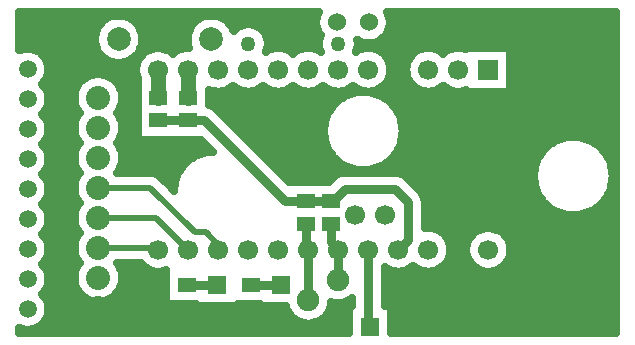
<source format=gbr>
G04 DipTrace 3.0.0.2*
G04 Bottom.gbr*
%MOIN*%
G04 #@! TF.FileFunction,Copper,L2,Bot*
G04 #@! TF.Part,Single*
G04 #@! TA.AperFunction,Conductor*
%ADD14C,0.03*%
%ADD15C,0.02*%
G04 #@! TA.AperFunction,ComponentPad*
%ADD16C,0.05*%
G04 #@! TA.AperFunction,CopperBalancing*
%ADD17C,0.025*%
G04 #@! TA.AperFunction,ComponentPad*
%ADD21C,0.08*%
%ADD22R,0.06X0.06*%
%ADD23C,0.06*%
%ADD24R,0.059055X0.051181*%
G04 #@! TA.AperFunction,ComponentPad*
%ADD25C,0.075*%
%ADD26C,0.075*%
%ADD27C,0.05*%
%ADD28C,0.059055*%
%ADD29R,0.059055X0.059055*%
%ADD31R,0.07874X0.07874*%
%ADD32C,0.07874*%
%ADD33R,0.066929X0.066929*%
%ADD34C,0.066929*%
%ADD35C,0.066929*%
%FSLAX26Y26*%
G04*
G70*
G90*
G75*
G01*
G04 Bottom*
%LPD*%
X1206500Y594000D2*
D14*
X1306500D1*
X1598181Y710953D2*
Y454701D1*
X1604627D1*
X698379Y917226D2*
D15*
X870774D1*
X1019000Y769000D1*
X1056500D1*
X1098181Y727319D1*
Y710953D1*
X698379Y817226D2*
X891908D1*
X998181Y710953D1*
X698379Y717226D2*
X891908D1*
X898181Y710953D1*
X998181Y1310953D2*
D16*
Y1217395D1*
X998375Y1217201D1*
X898377Y1142398D2*
D14*
X998375D1*
X1051853D1*
X1320899Y873352D1*
X1392030D1*
X1473377D1*
Y873257D1*
X1479507D1*
X1519000Y912751D1*
X1687749D1*
X1731500Y869000D1*
Y744272D1*
X1698181Y710953D1*
X1392030Y798549D2*
Y717104D1*
X1398181Y710953D1*
Y542201D1*
X1398375D1*
X1498181Y710953D2*
Y610950D1*
X1498375D1*
X1473377Y798454D2*
Y735757D1*
X1498181Y710953D1*
X994000Y594000D2*
X1094000D1*
X898181Y1310953D2*
D16*
Y1217396D1*
X898377Y1217201D1*
X436000Y1479631D2*
D17*
X721308D1*
X809901D2*
X1030927D1*
X1119569D2*
X1422821D1*
X1671425D2*
X2421991D1*
X436000Y1454762D2*
X696356D1*
X834853D2*
X1006024D1*
X1144520D2*
X1164423D1*
X1232313D2*
X1423456D1*
X1670790D2*
X2421991D1*
X436000Y1429894D2*
X686103D1*
X845058D2*
X995770D1*
X1257216D2*
X1434052D1*
X1660194D2*
X2421991D1*
X436000Y1405025D2*
X684589D1*
X846571D2*
X994257D1*
X1265028D2*
X1431708D1*
X1629921D2*
X2421991D1*
X436000Y1380156D2*
X445380D1*
X480116D2*
X691278D1*
X839931D2*
X872577D1*
X923817D2*
X972577D1*
X1262733D2*
X1272593D1*
X1323817D2*
X1372577D1*
X1423817D2*
X1434003D1*
X1562733D2*
X1572593D1*
X1623817D2*
X1772577D1*
X1823817D2*
X1872577D1*
X2073622D2*
X2421991D1*
X519618Y1355287D2*
X709052D1*
X822108D2*
X837714D1*
X1658632D2*
X1737714D1*
X2073622D2*
X2421991D1*
X531972Y1330419D2*
X825360D1*
X1670985D2*
X1725360D1*
X2073622D2*
X2421991D1*
X533876Y1305550D2*
X822919D1*
X1673427D2*
X1722919D1*
X2073622D2*
X2421991D1*
X526356Y1280681D2*
X647968D1*
X748769D2*
X826825D1*
X1667079D2*
X1729315D1*
X2073622D2*
X2421991D1*
X519179Y1255812D2*
X626386D1*
X770399D2*
X826825D1*
X1648476D2*
X1747919D1*
X2073622D2*
X2421991D1*
X531825Y1230944D2*
X617548D1*
X779188D2*
X826825D1*
X1069911D2*
X1538935D1*
X1624110D2*
X2421991D1*
X533974Y1206075D2*
X617157D1*
X779579D2*
X826825D1*
X1069911D2*
X1494257D1*
X1668739D2*
X2421991D1*
X526649Y1181206D2*
X625019D1*
X771767D2*
X826825D1*
X1092616D2*
X1471698D1*
X1691298D2*
X2421991D1*
X518788Y1156337D2*
X626679D1*
X770106D2*
X826825D1*
X1117470D2*
X1458124D1*
X1704872D2*
X2421991D1*
X531679Y1131469D2*
X617645D1*
X779091D2*
X826825D1*
X1142323D2*
X1450653D1*
X1712343D2*
X2421991D1*
X534022Y1106600D2*
X617108D1*
X779677D2*
X826825D1*
X1167226D2*
X1448261D1*
X1714735D2*
X2421991D1*
X526894Y1081731D2*
X624726D1*
X772011D2*
X826825D1*
X1192079D2*
X1450604D1*
X1712392D2*
X2241425D1*
X2321571D2*
X2421991D1*
X518349Y1056862D2*
X626972D1*
X769813D2*
X1057831D1*
X1216933D2*
X1458026D1*
X1704970D2*
X2195233D1*
X2367811D2*
X2421991D1*
X531532Y1031993D2*
X617743D1*
X778993D2*
X1042353D1*
X1241835D2*
X1471552D1*
X1691444D2*
X2172235D1*
X2390761D2*
X2421991D1*
X534071Y1007125D2*
X617011D1*
X779726D2*
X995526D1*
X1266688D2*
X1494061D1*
X1668935D2*
X2158466D1*
X2404530D2*
X2421991D1*
X527186Y982256D2*
X624481D1*
X772255D2*
X972431D1*
X1291542D2*
X1538300D1*
X1624696D2*
X2150800D1*
X2412196D2*
X2422027D1*
X517909Y957387D2*
X627265D1*
X902186D2*
X958563D1*
X1316395D2*
X1485272D1*
X1721474D2*
X2148261D1*
X531386Y932518D2*
X617841D1*
X927968D2*
X950897D1*
X1747548D2*
X2150458D1*
X2412538D2*
X2421973D1*
X534071Y907650D2*
X616962D1*
X1772401D2*
X2157733D1*
X2405263D2*
X2421991D1*
X527431Y882781D2*
X624237D1*
X1786708D2*
X2171015D1*
X2391981D2*
X2421991D1*
X517470Y857912D2*
X627558D1*
X1788466D2*
X2193134D1*
X2369862D2*
X2421991D1*
X531239Y833043D2*
X617987D1*
X1788466D2*
X2235956D1*
X2327040D2*
X2421991D1*
X534120Y808175D2*
X616913D1*
X1788466D2*
X2421991D1*
X527675Y783306D2*
X623993D1*
X1810097D2*
X1986249D1*
X2010113D2*
X2421991D1*
X516981Y758437D2*
X627899D1*
X1856093D2*
X1940302D1*
X2056093D2*
X2421991D1*
X531044Y733568D2*
X618085D1*
X1870058D2*
X1926288D1*
X2070058D2*
X2421991D1*
X534169Y708700D2*
X616815D1*
X1873622D2*
X1922772D1*
X2073622D2*
X2421991D1*
X527919Y683831D2*
X623749D1*
X1868397D2*
X1927948D1*
X2068397D2*
X2421991D1*
X516542Y658962D2*
X628192D1*
X768544D2*
X844501D1*
X1851894D2*
X1944501D1*
X2051894D2*
X2421991D1*
X530897Y634093D2*
X618183D1*
X778554D2*
X922479D1*
X1655165D2*
X2421991D1*
X534169Y609224D2*
X616767D1*
X779970D2*
X922479D1*
X1655165D2*
X2421991D1*
X528163Y584356D2*
X623505D1*
X773280D2*
X922479D1*
X1655165D2*
X2421991D1*
X516054Y559487D2*
X641229D1*
X755507D2*
X922479D1*
X1655165D2*
X2421991D1*
X530702Y534618D2*
X922479D1*
X1477479D2*
X1485740D1*
X1510960D2*
X1541181D1*
X1655165D2*
X2421991D1*
X534218Y509749D2*
X1326044D1*
X1470692D2*
X1532636D1*
X1676649D2*
X2421991D1*
X528407Y484881D2*
X1344452D1*
X1452284D2*
X1532636D1*
X1676649D2*
X2421991D1*
X509804Y460012D2*
X1532636D1*
X1676649D2*
X2421991D1*
X436000Y435143D2*
X1532636D1*
X1676649D2*
X2421991D1*
X777634Y610988D2*
X775683Y598667D1*
X771828Y586802D1*
X766164Y575687D1*
X758832Y565595D1*
X750010Y556773D1*
X739918Y549441D1*
X728803Y543777D1*
X716938Y539922D1*
X704617Y537971D1*
X692142D1*
X679820Y539922D1*
X667956Y543777D1*
X656841Y549441D1*
X646748Y556773D1*
X637927Y565595D1*
X630594Y575687D1*
X624931Y586802D1*
X621076Y598667D1*
X619124Y610988D1*
Y623463D1*
X621076Y635785D1*
X624931Y647649D1*
X630594Y658764D1*
X636614Y667191D1*
X630594Y675687D1*
X624931Y686802D1*
X621076Y698667D1*
X619124Y710988D1*
Y723463D1*
X621076Y735785D1*
X624931Y747649D1*
X630594Y758764D1*
X636614Y767191D1*
X630594Y775687D1*
X624931Y786802D1*
X621076Y798667D1*
X619124Y810988D1*
Y823463D1*
X621076Y835785D1*
X624931Y847649D1*
X630594Y858764D1*
X636614Y867191D1*
X630594Y875687D1*
X624931Y886802D1*
X621076Y898667D1*
X619124Y910988D1*
Y923463D1*
X621076Y935785D1*
X624931Y947649D1*
X630594Y958764D1*
X636614Y967191D1*
X630594Y975687D1*
X624931Y986802D1*
X621076Y998667D1*
X619124Y1010988D1*
Y1023463D1*
X621076Y1035785D1*
X624931Y1047649D1*
X630594Y1058764D1*
X636614Y1067191D1*
X630594Y1075687D1*
X624931Y1086802D1*
X621076Y1098667D1*
X619124Y1110988D1*
Y1123463D1*
X621076Y1135785D1*
X624931Y1147649D1*
X630594Y1158764D1*
X636614Y1167191D1*
X630594Y1175687D1*
X624931Y1186802D1*
X621076Y1198667D1*
X619124Y1210988D1*
Y1223463D1*
X621076Y1235785D1*
X624931Y1247649D1*
X630594Y1258764D1*
X637927Y1268857D1*
X646748Y1277678D1*
X656841Y1285011D1*
X667956Y1290674D1*
X679820Y1294529D1*
X692142Y1296481D1*
X704617D1*
X716938Y1294529D1*
X728803Y1290674D1*
X739918Y1285011D1*
X750010Y1277678D1*
X758832Y1268857D1*
X766164Y1258764D1*
X771828Y1247649D1*
X775683Y1235785D1*
X777634Y1223463D1*
Y1210988D1*
X775683Y1198667D1*
X771828Y1186802D1*
X766164Y1175687D1*
X760145Y1167261D1*
X766164Y1158764D1*
X771828Y1147649D1*
X775683Y1135785D1*
X777634Y1123463D1*
Y1110988D1*
X775683Y1098667D1*
X771828Y1086802D1*
X766164Y1075687D1*
X760145Y1067261D1*
X766164Y1058764D1*
X771828Y1047649D1*
X775683Y1035785D1*
X777634Y1023463D1*
Y1010988D1*
X775683Y998667D1*
X771828Y986802D1*
X766164Y975687D1*
X760145Y967261D1*
X760879Y966726D1*
X874658Y966573D1*
X882330Y965358D1*
X889717Y962958D1*
X896638Y959432D1*
X902922Y954866D1*
X932293Y925711D1*
X950764Y907239D1*
X951162Y916758D1*
X952368Y926952D1*
X954371Y937021D1*
X957157Y946901D1*
X960711Y956533D1*
X965008Y965855D1*
X970025Y974812D1*
X975728Y983348D1*
X982083Y991410D1*
X989052Y998948D1*
X996590Y1005917D1*
X1004652Y1012272D1*
X1013188Y1017975D1*
X1022145Y1022992D1*
X1031467Y1027289D1*
X1041099Y1030843D1*
X1050979Y1033629D1*
X1061048Y1035632D1*
X1071242Y1036838D1*
X1080017Y1037183D1*
X1039881Y1077295D1*
X829349Y1077307D1*
Y1282291D1*
X831058D1*
X827233Y1293920D1*
X825441Y1305228D1*
Y1316677D1*
X827233Y1327986D1*
X830771Y1338875D1*
X835969Y1349077D1*
X842698Y1358339D1*
X850794Y1366435D1*
X860057Y1373165D1*
X870259Y1378363D1*
X881148Y1381901D1*
X892456Y1383692D1*
X903906D1*
X915214Y1381901D1*
X926103Y1378363D1*
X936305Y1373165D1*
X945568Y1366435D1*
X948148Y1364050D1*
X955294Y1369982D1*
X965056Y1375965D1*
X975634Y1380346D1*
X986767Y1383019D1*
X998181Y1383917D1*
X1001916Y1383771D1*
X998560Y1394339D1*
X996624Y1406563D1*
Y1418939D1*
X998560Y1431163D1*
X1002384Y1442933D1*
X1008003Y1453960D1*
X1015277Y1463973D1*
X1024029Y1472724D1*
X1034041Y1479998D1*
X1045068Y1485617D1*
X1056839Y1489442D1*
X1069063Y1491378D1*
X1081439D1*
X1093663Y1489442D1*
X1105433Y1485617D1*
X1116460Y1479998D1*
X1126473Y1472724D1*
X1135224Y1463973D1*
X1142498Y1453960D1*
X1148117Y1442933D1*
X1149332Y1440342D1*
X1156489Y1447499D1*
X1164677Y1453448D1*
X1173695Y1458043D1*
X1183321Y1461171D1*
X1193317Y1462754D1*
X1203439D1*
X1213435Y1461171D1*
X1223061Y1458043D1*
X1232079Y1453448D1*
X1240267Y1447499D1*
X1247424Y1440342D1*
X1253373Y1432154D1*
X1257968Y1423136D1*
X1261096Y1413510D1*
X1262679Y1403513D1*
Y1393392D1*
X1261096Y1383396D1*
X1257968Y1373770D1*
X1256668Y1370949D1*
X1265056Y1375965D1*
X1275634Y1380346D1*
X1286767Y1383019D1*
X1298181Y1383917D1*
X1309595Y1383019D1*
X1320728Y1380346D1*
X1331306Y1375965D1*
X1341069Y1369982D1*
X1348148Y1364050D1*
X1355294Y1369982D1*
X1365056Y1375965D1*
X1375634Y1380346D1*
X1386767Y1383019D1*
X1398181Y1383917D1*
X1409595Y1383019D1*
X1420728Y1380346D1*
X1431306Y1375965D1*
X1440231Y1370542D1*
X1437035Y1378521D1*
X1434672Y1388363D1*
X1433878Y1398453D1*
X1434672Y1408543D1*
X1437035Y1418384D1*
X1439856Y1425453D1*
X1434742Y1432688D1*
X1429790Y1442405D1*
X1426420Y1452777D1*
X1424714Y1463548D1*
Y1474454D1*
X1426420Y1485226D1*
X1429790Y1495598D1*
X1434294Y1504515D1*
X433500Y1504500D1*
Y1375252D1*
X441419Y1378400D1*
X451951Y1380928D1*
X462749Y1381778D1*
X473548Y1380928D1*
X484080Y1378400D1*
X494087Y1374255D1*
X503323Y1368595D1*
X511559Y1361561D1*
X518594Y1353324D1*
X524253Y1344089D1*
X528398Y1334081D1*
X530927Y1323549D1*
X531777Y1312751D1*
X530927Y1301952D1*
X528398Y1291420D1*
X524253Y1281413D1*
X518594Y1272177D1*
X511559Y1263941D1*
X510300Y1262777D1*
X515238Y1257580D1*
X521605Y1248817D1*
X526522Y1239166D1*
X529870Y1228865D1*
X531564Y1218166D1*
Y1207335D1*
X529870Y1196636D1*
X526522Y1186335D1*
X521605Y1176684D1*
X515238Y1167921D1*
X510300Y1162777D1*
X515238Y1157580D1*
X521605Y1148817D1*
X526522Y1139166D1*
X529870Y1128865D1*
X531564Y1118166D1*
Y1107335D1*
X529870Y1096636D1*
X526522Y1086335D1*
X521605Y1076684D1*
X515238Y1067921D1*
X510300Y1062777D1*
X515238Y1057580D1*
X521605Y1048817D1*
X526522Y1039166D1*
X529870Y1028865D1*
X531564Y1018166D1*
Y1007335D1*
X529870Y996636D1*
X526522Y986335D1*
X521605Y976684D1*
X515238Y967921D1*
X510300Y962777D1*
X515238Y957580D1*
X521605Y948817D1*
X526522Y939166D1*
X529870Y928865D1*
X531564Y918166D1*
Y907335D1*
X529870Y896636D1*
X526522Y886335D1*
X521605Y876684D1*
X515238Y867921D1*
X510300Y862777D1*
X515238Y857580D1*
X521605Y848817D1*
X526522Y839166D1*
X529870Y828865D1*
X531564Y818166D1*
Y807335D1*
X529870Y796636D1*
X526522Y786335D1*
X521605Y776684D1*
X515238Y767921D1*
X510300Y762777D1*
X515238Y757580D1*
X521605Y748817D1*
X526522Y739166D1*
X529870Y728865D1*
X531564Y718166D1*
Y707335D1*
X529870Y696636D1*
X526522Y686335D1*
X521605Y676684D1*
X515238Y667921D1*
X510300Y662777D1*
X515238Y657580D1*
X521605Y648817D1*
X526522Y639166D1*
X529870Y628865D1*
X531564Y618166D1*
Y607335D1*
X529870Y596636D1*
X526522Y586335D1*
X521605Y576684D1*
X515238Y567921D1*
X510300Y562777D1*
X515238Y557580D1*
X521605Y548817D1*
X526522Y539166D1*
X529870Y528865D1*
X531564Y518166D1*
Y507335D1*
X529870Y496636D1*
X526522Y486335D1*
X521605Y476684D1*
X515238Y467921D1*
X507579Y460262D1*
X498816Y453895D1*
X489165Y448978D1*
X478864Y445630D1*
X468165Y443936D1*
X457334D1*
X446635Y445630D1*
X436334Y448978D1*
X433469Y450298D1*
X433500Y433500D1*
X1535111D1*
X1535127Y524201D1*
X1543672D1*
X1543635Y548656D1*
X1533333Y542343D1*
X1522170Y537719D1*
X1510421Y534898D1*
X1498375Y533950D1*
X1486330Y534898D1*
X1475240Y537533D1*
X1474427Y530155D1*
X1471607Y518406D1*
X1466983Y507244D1*
X1460670Y496941D1*
X1452823Y487754D1*
X1443635Y479906D1*
X1433333Y473593D1*
X1422170Y468969D1*
X1410421Y466149D1*
X1398375Y465201D1*
X1386330Y466149D1*
X1374581Y468969D1*
X1363418Y473593D1*
X1353116Y479906D1*
X1343928Y487754D1*
X1336081Y496941D1*
X1329768Y507244D1*
X1325144Y518406D1*
X1323452Y524480D1*
X1237000Y524500D1*
Y528943D1*
X1163467Y528909D1*
X1163500Y524500D1*
X1024500D1*
Y528943D1*
X924973Y528909D1*
Y643118D1*
X915214Y640004D1*
X903906Y638213D1*
X892456D1*
X881148Y640004D1*
X870259Y643542D1*
X860057Y648740D1*
X850794Y655470D1*
X842698Y663566D1*
X839415Y667731D1*
X760609Y667726D1*
X766164Y658764D1*
X771828Y647649D1*
X775683Y635785D1*
X777634Y623463D1*
Y610988D1*
X1669536Y1463546D2*
X1667830Y1452774D1*
X1664460Y1442402D1*
X1659509Y1432685D1*
X1653099Y1423862D1*
X1645387Y1416150D1*
X1636564Y1409740D1*
X1626847Y1404789D1*
X1616475Y1401419D1*
X1605704Y1399713D1*
X1594798D1*
X1584026Y1401419D1*
X1573654Y1404789D1*
X1563937Y1409740D1*
X1561580Y1411315D1*
X1562679Y1403513D1*
Y1393392D1*
X1561096Y1383396D1*
X1557968Y1373770D1*
X1556668Y1370949D1*
X1565056Y1375965D1*
X1575634Y1380346D1*
X1586767Y1383019D1*
X1598181Y1383917D1*
X1609595Y1383019D1*
X1620728Y1380346D1*
X1631306Y1375965D1*
X1641069Y1369982D1*
X1649775Y1362546D1*
X1657211Y1353840D1*
X1663193Y1344078D1*
X1667575Y1333500D1*
X1670247Y1322367D1*
X1671146Y1310953D1*
X1670247Y1299539D1*
X1667575Y1288405D1*
X1663193Y1277828D1*
X1657211Y1268065D1*
X1649775Y1259359D1*
X1641069Y1251923D1*
X1631306Y1245941D1*
X1620728Y1241559D1*
X1609595Y1238887D1*
X1598181Y1237988D1*
X1586767Y1238887D1*
X1575634Y1241559D1*
X1565056Y1245941D1*
X1555294Y1251923D1*
X1548214Y1257855D1*
X1541069Y1251923D1*
X1531306Y1245941D1*
X1520728Y1241559D1*
X1509595Y1238887D1*
X1498181Y1237988D1*
X1486767Y1238887D1*
X1475634Y1241559D1*
X1465056Y1245941D1*
X1455294Y1251923D1*
X1448214Y1257855D1*
X1441069Y1251923D1*
X1431306Y1245941D1*
X1420728Y1241559D1*
X1409595Y1238887D1*
X1398181Y1237988D1*
X1386767Y1238887D1*
X1375634Y1241559D1*
X1365056Y1245941D1*
X1355294Y1251923D1*
X1348214Y1257855D1*
X1341069Y1251923D1*
X1331306Y1245941D1*
X1320728Y1241559D1*
X1309595Y1238887D1*
X1298181Y1237988D1*
X1286767Y1238887D1*
X1275634Y1241559D1*
X1265056Y1245941D1*
X1255294Y1251923D1*
X1248214Y1257855D1*
X1241069Y1251923D1*
X1231306Y1245941D1*
X1220728Y1241559D1*
X1209595Y1238887D1*
X1198181Y1237988D1*
X1186767Y1238887D1*
X1175634Y1241559D1*
X1165056Y1245941D1*
X1155294Y1251923D1*
X1148214Y1257855D1*
X1141069Y1251923D1*
X1131306Y1245941D1*
X1120728Y1241559D1*
X1109595Y1238887D1*
X1098181Y1237988D1*
X1086767Y1238887D1*
X1075634Y1241559D1*
X1067403Y1244791D1*
Y1194646D1*
X1076596Y1190958D1*
X1083887Y1186489D1*
X1090390Y1180935D1*
X1332871Y938454D1*
X1467582Y938348D1*
X1483605Y954193D1*
X1490524Y959220D1*
X1498144Y963102D1*
X1506277Y965745D1*
X1514724Y967083D1*
X1556500Y967251D1*
X1692025Y967083D1*
X1700472Y965745D1*
X1708606Y963102D1*
X1716226Y959220D1*
X1723144Y954193D1*
X1752803Y924772D1*
X1772942Y904395D1*
X1777969Y897476D1*
X1781852Y889856D1*
X1784494Y881723D1*
X1785832Y873276D1*
X1786000Y831500D1*
Y782916D1*
X1798181Y783917D1*
X1809595Y783019D1*
X1820728Y780346D1*
X1831306Y775965D1*
X1841069Y769982D1*
X1849775Y762546D1*
X1857211Y753840D1*
X1863193Y744078D1*
X1867575Y733500D1*
X1870247Y722367D1*
X1871146Y710953D1*
X1870247Y699539D1*
X1867575Y688405D1*
X1863193Y677828D1*
X1857211Y668065D1*
X1849775Y659359D1*
X1841069Y651923D1*
X1831306Y645941D1*
X1820728Y641559D1*
X1809595Y638887D1*
X1798181Y637988D1*
X1786767Y638887D1*
X1775634Y641559D1*
X1765056Y645941D1*
X1755294Y651923D1*
X1748214Y657855D1*
X1741069Y651923D1*
X1731306Y645941D1*
X1720728Y641559D1*
X1709595Y638887D1*
X1698181Y637988D1*
X1686767Y638887D1*
X1675634Y641559D1*
X1665056Y645941D1*
X1655294Y651923D1*
X1652675Y653988D1*
X1652681Y524185D1*
X1674127Y524201D1*
Y433527D1*
X2424500Y433500D1*
Y1504500D1*
X1659998D1*
X1664460Y1495595D1*
X1667830Y1485223D1*
X1669536Y1474452D1*
Y1463546D1*
X844220Y1406563D2*
X842284Y1394339D1*
X838460Y1382568D1*
X832841Y1371541D1*
X825566Y1361529D1*
X816815Y1352777D1*
X806803Y1345503D1*
X795775Y1339884D1*
X784005Y1336060D1*
X771781Y1334124D1*
X759405D1*
X747181Y1336060D1*
X735411Y1339884D1*
X724384Y1345503D1*
X714371Y1352777D1*
X705620Y1361529D1*
X698345Y1371541D1*
X692727Y1382568D1*
X688902Y1394339D1*
X686966Y1406563D1*
Y1418939D1*
X688902Y1431163D1*
X692727Y1442933D1*
X698345Y1453960D1*
X705620Y1463973D1*
X714371Y1472724D1*
X724384Y1479998D1*
X735411Y1485617D1*
X747181Y1489442D1*
X759405Y1491378D1*
X771781D1*
X784005Y1489442D1*
X795775Y1485617D1*
X806803Y1479998D1*
X816815Y1472724D1*
X825566Y1463973D1*
X832841Y1453960D1*
X838460Y1442933D1*
X842284Y1431163D1*
X844220Y1418939D1*
Y1406563D1*
X1937717Y1383917D2*
X2071146D1*
Y1237988D1*
X1925217D1*
Y1243213D1*
X1915214Y1240004D1*
X1903906Y1238213D1*
X1892456D1*
X1881148Y1240004D1*
X1870259Y1243542D1*
X1860057Y1248740D1*
X1850794Y1255470D1*
X1848214Y1257855D1*
X1841069Y1251923D1*
X1831306Y1245941D1*
X1820728Y1241559D1*
X1809595Y1238887D1*
X1798181Y1237988D1*
X1786767Y1238887D1*
X1775634Y1241559D1*
X1765056Y1245941D1*
X1755294Y1251923D1*
X1746587Y1259359D1*
X1739152Y1268065D1*
X1733169Y1277828D1*
X1728788Y1288405D1*
X1726115Y1299539D1*
X1725217Y1310953D1*
X1726115Y1322367D1*
X1728788Y1333500D1*
X1733169Y1344078D1*
X1739152Y1353840D1*
X1746587Y1362546D1*
X1755294Y1369982D1*
X1765056Y1375965D1*
X1775634Y1380346D1*
X1786767Y1383019D1*
X1798181Y1383917D1*
X1809595Y1383019D1*
X1820728Y1380346D1*
X1831306Y1375965D1*
X1841069Y1369982D1*
X1848148Y1364050D1*
X1855294Y1369982D1*
X1865056Y1375965D1*
X1875634Y1380346D1*
X1886767Y1383019D1*
X1898181Y1383917D1*
X1909595Y1383019D1*
X1920728Y1380346D1*
X1925201Y1378696D1*
X1925217Y1383917D1*
X1937717D1*
X2070921Y705228D2*
X2069130Y693920D1*
X2065592Y683030D1*
X2060394Y672829D1*
X2053664Y663566D1*
X2045568Y655470D1*
X2036305Y648740D1*
X2026103Y643542D1*
X2015214Y640004D1*
X2003906Y638213D1*
X1992456D1*
X1981148Y640004D1*
X1970259Y643542D1*
X1960057Y648740D1*
X1950794Y655470D1*
X1942698Y663566D1*
X1935969Y672829D1*
X1930771Y683030D1*
X1927233Y693920D1*
X1925441Y705228D1*
Y716677D1*
X1927233Y727986D1*
X1930771Y738875D1*
X1935969Y749077D1*
X1942698Y758339D1*
X1950794Y766435D1*
X1960057Y773165D1*
X1970259Y778363D1*
X1981148Y781901D1*
X1992456Y783692D1*
X2003906D1*
X2015214Y781901D1*
X2026103Y778363D1*
X2036305Y773165D1*
X2045568Y766435D1*
X2053664Y758339D1*
X2060394Y749077D1*
X2065592Y738875D1*
X2069130Y727986D1*
X2070921Y716677D1*
Y705228D1*
X1711838Y1096242D2*
X1710632Y1086048D1*
X1708629Y1075979D1*
X1705843Y1066099D1*
X1702289Y1056467D1*
X1697992Y1047145D1*
X1692975Y1038188D1*
X1687272Y1029652D1*
X1680917Y1021590D1*
X1673948Y1014052D1*
X1666410Y1007083D1*
X1658348Y1000728D1*
X1649812Y995025D1*
X1640855Y990008D1*
X1631533Y985711D1*
X1621901Y982157D1*
X1612021Y979371D1*
X1601952Y977368D1*
X1591758Y976162D1*
X1581500Y975759D1*
X1571242Y976162D1*
X1561048Y977368D1*
X1550979Y979371D1*
X1541099Y982157D1*
X1531467Y985711D1*
X1522145Y990008D1*
X1513188Y995025D1*
X1504652Y1000728D1*
X1496590Y1007083D1*
X1489052Y1014052D1*
X1482083Y1021590D1*
X1475728Y1029652D1*
X1470025Y1038188D1*
X1465008Y1047145D1*
X1460711Y1056467D1*
X1457157Y1066099D1*
X1454371Y1075979D1*
X1452368Y1086048D1*
X1451162Y1096242D1*
X1450759Y1106500D1*
X1451162Y1116758D1*
X1452368Y1126952D1*
X1454371Y1137021D1*
X1457157Y1146901D1*
X1460711Y1156533D1*
X1465008Y1165855D1*
X1470025Y1174812D1*
X1475728Y1183348D1*
X1482083Y1191410D1*
X1489052Y1198948D1*
X1496590Y1205917D1*
X1504652Y1212272D1*
X1513188Y1217975D1*
X1522145Y1222992D1*
X1531467Y1227289D1*
X1541099Y1230843D1*
X1550979Y1233629D1*
X1561048Y1235632D1*
X1571242Y1236838D1*
X1581500Y1237241D1*
X1591758Y1236838D1*
X1601952Y1235632D1*
X1612021Y1233629D1*
X1621901Y1230843D1*
X1631533Y1227289D1*
X1640855Y1222992D1*
X1649812Y1217975D1*
X1658348Y1212272D1*
X1666410Y1205917D1*
X1673948Y1198948D1*
X1680917Y1191410D1*
X1687272Y1183348D1*
X1692975Y1174812D1*
X1697992Y1165855D1*
X1702289Y1156533D1*
X1705843Y1146901D1*
X1708629Y1137021D1*
X1710632Y1126952D1*
X1711838Y1116758D1*
X1712241Y1106500D1*
X1711838Y1096242D1*
X2411838Y946242D2*
X2410632Y936048D1*
X2408629Y925979D1*
X2405843Y916099D1*
X2402289Y906467D1*
X2397992Y897145D1*
X2392975Y888188D1*
X2387272Y879652D1*
X2380917Y871590D1*
X2373948Y864052D1*
X2366410Y857083D1*
X2358348Y850728D1*
X2349812Y845025D1*
X2340855Y840008D1*
X2331533Y835711D1*
X2321901Y832157D1*
X2312021Y829371D1*
X2301952Y827368D1*
X2291758Y826162D1*
X2281500Y825759D1*
X2271242Y826162D1*
X2261048Y827368D1*
X2250979Y829371D1*
X2241099Y832157D1*
X2231467Y835711D1*
X2222145Y840008D1*
X2213188Y845025D1*
X2204652Y850728D1*
X2196590Y857083D1*
X2189052Y864052D1*
X2182083Y871590D1*
X2175728Y879652D1*
X2170025Y888188D1*
X2165008Y897145D1*
X2160711Y906467D1*
X2157157Y916099D1*
X2154371Y925979D1*
X2152368Y936048D1*
X2151162Y946242D1*
X2150759Y956500D1*
X2151162Y966758D1*
X2152368Y976952D1*
X2154371Y987021D1*
X2157157Y996901D1*
X2160711Y1006533D1*
X2165008Y1015855D1*
X2170025Y1024812D1*
X2175728Y1033348D1*
X2182083Y1041410D1*
X2189052Y1048948D1*
X2196590Y1055917D1*
X2204652Y1062272D1*
X2213188Y1067975D1*
X2222145Y1072992D1*
X2231467Y1077289D1*
X2241099Y1080843D1*
X2250979Y1083629D1*
X2261048Y1085632D1*
X2271242Y1086838D1*
X2281500Y1087241D1*
X2291758Y1086838D1*
X2301952Y1085632D1*
X2312021Y1083629D1*
X2321901Y1080843D1*
X2331533Y1077289D1*
X2340855Y1072992D1*
X2349812Y1067975D1*
X2358348Y1062272D1*
X2366410Y1055917D1*
X2373948Y1048948D1*
X2380917Y1041410D1*
X2387272Y1033348D1*
X2392975Y1024812D1*
X2397992Y1015855D1*
X2402289Y1006533D1*
X2405843Y996901D1*
X2408629Y987021D1*
X2410632Y976952D1*
X2411838Y966758D1*
X2412241Y956500D1*
X2411838Y946242D1*
D21*
X698379Y517226D3*
Y617226D3*
Y717226D3*
Y817226D3*
Y917226D3*
Y1017226D3*
Y1117226D3*
Y1217226D3*
D22*
X1700251Y1468999D3*
D23*
X1600251D3*
D22*
X1394000Y1469001D3*
D23*
X1494000D3*
D22*
X1306500Y594000D3*
D23*
Y494000D3*
D22*
X1094000Y594000D3*
D23*
Y494000D3*
D22*
X1604627Y454701D3*
D23*
X1704627D3*
D24*
X1206500Y594000D3*
Y519197D3*
X1392030Y798549D3*
Y873352D3*
D25*
X1398375Y542201D3*
D26*
X1698375D3*
D16*
X1198378Y1398453D3*
D27*
X1498378D3*
D24*
X1473377Y798454D3*
Y873257D3*
D25*
X1498375Y610950D3*
D26*
X1798375D3*
D28*
X462749Y512751D3*
Y612751D3*
Y712751D3*
Y812751D3*
Y912751D3*
Y1012751D3*
Y1112751D3*
Y1212751D3*
Y1312751D3*
D29*
Y1412751D3*
D24*
X898377Y1217201D3*
Y1142398D3*
X998375Y1217201D3*
Y1142398D3*
X994000Y594000D3*
Y519197D3*
D31*
X941156Y1412751D3*
D32*
X1075251D3*
D31*
X631499D3*
D32*
X765593D3*
D23*
X2344000Y1431500D3*
X2206500D3*
X2069000D3*
X1931500D3*
D33*
X1998181Y1310953D3*
D34*
X1898181D3*
X1798181D3*
X1698181D3*
X1598181D3*
X1498181D3*
X1398181D3*
X1298181D3*
X1198181D3*
X1098181D3*
X998181D3*
X898181D3*
D35*
X1998181Y710953D3*
D34*
X1898181D3*
X1798181D3*
X1698181D3*
X1598181D3*
X1498181D3*
X1398181D3*
X1298181D3*
X1198181D3*
X1098181D3*
X998181D3*
X898181D3*
X1653181Y825953D3*
X1553181D3*
M02*

</source>
